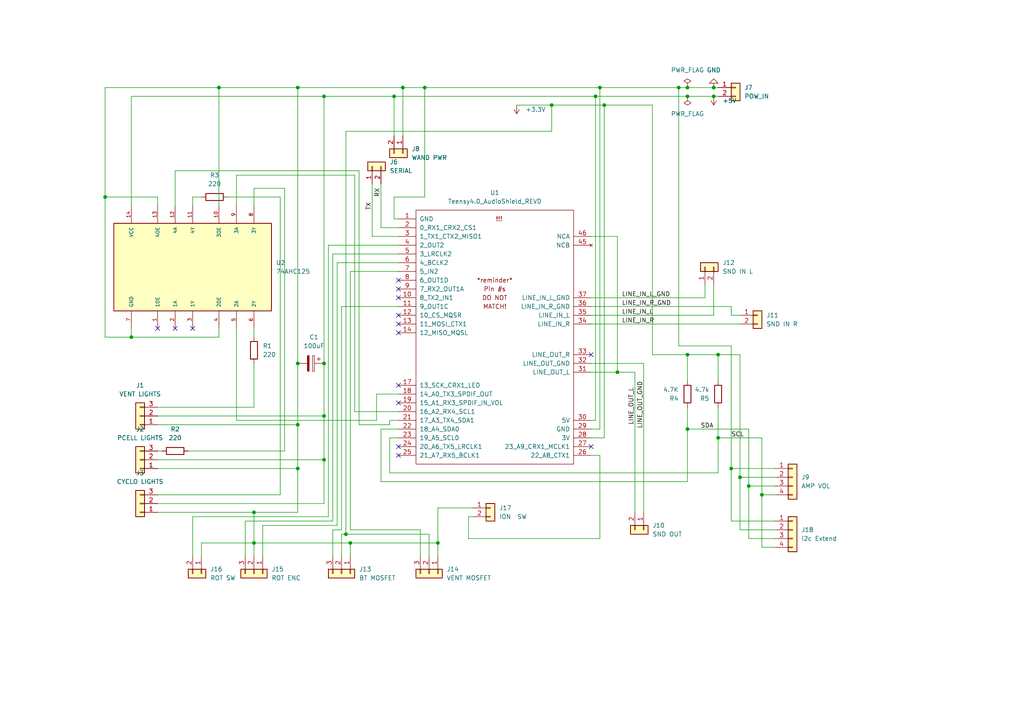
<source format=kicad_sch>
(kicad_sch (version 20230121) (generator eeschema)
  (paper "A4")
  (lib_symbols
    (symbol "74AHC125:74AHC125" (pin_names (offset 1.016))
      (property "Reference" "U" (at 0 0 0))
      (property "Value" "74AHC125" (at 0 0 0))
      (symbol "74AHC125_0_0"
        (rectangle (start 0 0) (end 25.4 45.72) (stroke (width 0.254)) (fill (type background)))
        (pin input line (at -5.08 33.02 0) (length 5.08) (name "1OE") (number "1"))
        (pin input line (at 30.48 15.24 180) (length 5.08) (name "3OE") (number "10"))
        (pin output line (at 30.48 22.86 180) (length 5.08) (name "4Y") (number "11"))
        (pin input line (at 30.48 27.94 180) (length 5.08) (name "4A") (number "12"))
        (pin input line (at 30.48 33.02 180) (length 5.08) (name "4OE") (number "13"))
        (pin power_in line (at 30.48 40.64 180) (length 5.08) (name "VCC") (number "14"))
        (pin input line (at -5.08 27.94 0) (length 5.08) (name "1A") (number "2"))
        (pin output line (at -5.08 22.86 0) (length 5.08) (name "1Y") (number "3"))
        (pin input line (at -5.08 15.24 0) (length 5.08) (name "2OE") (number "4"))
        (pin input line (at -5.08 10.16 0) (length 5.08) (name "2A") (number "5"))
        (pin output line (at -5.08 5.08 0) (length 5.08) (name "2Y") (number "6"))
        (pin power_in line (at -5.08 40.64 0) (length 5.08) (name "GND") (number "7"))
        (pin output line (at 30.48 5.08 180) (length 5.08) (name "3Y") (number "8"))
        (pin input line (at 30.48 10.16 180) (length 5.08) (name "3A") (number "9"))
      )
    )
    (symbol "Connector_Generic:Conn_01x02" (pin_names (offset 1.016) hide)
      (property "Reference" "J" (at 0 2.54 0))
      (property "Value" "Conn_01x02" (at 0 -5.08 0))
      (symbol "Conn_01x02_1_1"
        (rectangle (start -1.27 -2.413) (end 0 -2.667) (stroke (width 0.1524)))
        (rectangle (start -1.27 0.127) (end 0 -0.127) (stroke (width 0.1524)))
        (rectangle (start -1.27 1.27) (end 1.27 -3.81) (stroke (width 0.254)) (fill (type background)))
        (pin passive line (at -5.08 0 0) (length 3.81) (name "Pin_1") (number "1"))
        (pin passive line (at -5.08 -2.54 0) (length 3.81) (name "Pin_2") (number "2"))
      )
    )
    (symbol "Connector_Generic:Conn_01x03" (pin_names (offset 1.016) hide)
      (property "Reference" "J" (at 0 5.08 0))
      (property "Value" "Conn_01x03" (at 0 -5.08 0))
      (symbol "Conn_01x03_1_1"
        (rectangle (start -1.27 -2.413) (end 0 -2.667) (stroke (width 0.1524)))
        (rectangle (start -1.27 0.127) (end 0 -0.127) (stroke (width 0.1524)))
        (rectangle (start -1.27 2.667) (end 0 2.413) (stroke (width 0.1524)))
        (rectangle (start -1.27 3.81) (end 1.27 -3.81) (stroke (width 0.254)) (fill (type background)))
        (pin passive line (at -5.08 2.54 0) (length 3.81) (name "Pin_1") (number "1"))
        (pin passive line (at -5.08 0 0) (length 3.81) (name "Pin_2") (number "2"))
        (pin passive line (at -5.08 -2.54 0) (length 3.81) (name "Pin_3") (number "3"))
      )
    )
    (symbol "Connector_Generic:Conn_01x04" (pin_names (offset 1.016) hide)
      (property "Reference" "J" (at 0 5.08 0))
      (property "Value" "Conn_01x04" (at 0 -7.62 0))
      (symbol "Conn_01x04_1_1"
        (rectangle (start -1.27 -4.953) (end 0 -5.207) (stroke (width 0.1524)))
        (rectangle (start -1.27 -2.413) (end 0 -2.667) (stroke (width 0.1524)))
        (rectangle (start -1.27 0.127) (end 0 -0.127) (stroke (width 0.1524)))
        (rectangle (start -1.27 2.667) (end 0 2.413) (stroke (width 0.1524)))
        (rectangle (start -1.27 3.81) (end 1.27 -6.35) (stroke (width 0.254)) (fill (type background)))
        (pin passive line (at -5.08 2.54 0) (length 3.81) (name "Pin_1") (number "1"))
        (pin passive line (at -5.08 0 0) (length 3.81) (name "Pin_2") (number "2"))
        (pin passive line (at -5.08 -2.54 0) (length 3.81) (name "Pin_3") (number "3"))
        (pin passive line (at -5.08 -5.08 0) (length 3.81) (name "Pin_4") (number "4"))
      )
    )
    (symbol "Device:C_Polarized" (pin_numbers hide) (pin_names (offset 0.254))
      (property "Reference" "C" (at 0.635 2.54 0))
      (property "Value" "C_Polarized" (at 0.635 -2.54 0))
      (symbol "C_Polarized_0_1"
        (rectangle (start -2.286 0.508) (end 2.286 1.016))
        (polyline (pts (xy -1.778 2.286) (xy -0.762 2.286)))
        (polyline (pts (xy -1.27 2.794) (xy -1.27 1.778)))
        (rectangle (start 2.286 -0.508) (end -2.286 -1.016) (fill (type outline)))
      )
      (symbol "C_Polarized_1_1"
        (pin passive line (at 0 3.81 270) (length 2.794) (name "~") (number "1"))
        (pin passive line (at 0 -3.81 90) (length 2.794) (name "~") (number "2"))
      )
    )
    (symbol "Device:R" (pin_numbers hide) (pin_names (offset 0))
      (property "Reference" "R" (at 2.032 0 90))
      (property "Value" "R" (at 0 0 90))
      (symbol "R_0_1"
        (rectangle (start -1.016 -2.54) (end 1.016 2.54) (stroke (width 0.254)))
      )
      (symbol "R_1_1"
        (pin passive line (at 0 3.81 270) (length 1.27) (name "~") (number "1"))
        (pin passive line (at 0 -3.81 90) (length 1.27) (name "~") (number "2"))
      )
    )
    (symbol "power:+3.3V" (power) (pin_names (offset 0))
      (property "Value" "+3.3V" (at 0 3.556 0))
      (symbol "+3.3V_0_1"
        (polyline (pts (xy -0.762 1.27) (xy 0 2.54)))
        (polyline (pts (xy 0 0) (xy 0 2.54)))
        (polyline (pts (xy 0 2.54) (xy 0.762 1.27)))
      )
      (symbol "+3.3V_1_1"
        (pin power_in line (at 0 0 90) (length 0) hide (name "+3.3V") (number "1"))
      )
    )
    (symbol "power:+5V" (power) (pin_names (offset 0))
      (property "Value" "+5V" (at 0 3.556 0))
      (symbol "+5V_0_1"
        (polyline (pts (xy -0.762 1.27) (xy 0 2.54)))
        (polyline (pts (xy 0 0) (xy 0 2.54)))
        (polyline (pts (xy 0 2.54) (xy 0.762 1.27)))
      )
      (symbol "+5V_1_1"
        (pin power_in line (at 0 0 90) (length 0) hide (name "+5V") (number "1"))
      )
    )
    (symbol "power:GND" (power) (pin_names (offset 0))
      (property "Value" "GND" (at 0 -3.81 0))
      (symbol "GND_0_1"
        (polyline (pts (xy 0 0) (xy 0 -1.27) (xy 1.27 -1.27) (xy 0 -2.54) (xy -1.27 -1.27) (xy 0 -1.27)))
      )
      (symbol "GND_1_1"
        (pin power_in line (at 0 0 270) (length 0) hide (name "GND") (number "1"))
      )
    )
    (symbol "power:PWR_FLAG" (power) (pin_numbers hide) (pin_names (offset 0) hide)
      (property "Value" "PWR_FLAG" (at 0 3.81 0))
      (symbol "PWR_FLAG_0_0"
        (pin power_out line (at 0 0 90) (length 0) (name "pwr") (number "1"))
      )
      (symbol "PWR_FLAG_0_1"
        (polyline (pts (xy 0 0) (xy 0 1.27) (xy -1.016 1.905) (xy 0 2.54) (xy 1.016 1.905) (xy 0 1.27)))
      )
    )
    (symbol "teensy:Teensy4.0_AudioShield_REVD_Teensy_and_AudioInOutOnly" (pin_names (offset 1.016))
      (property "Reference" "U1" (at 0 41.91 0))
      (property "Value" "Teensy4.0_AudioShield_REVD" (at 0 39.37 0))
      (symbol "Teensy4.0_AudioShield_REVD_Teensy_and_AudioInOutOnly_0_0"
        (text "!!!" (at 1.27 34.29 0) (effects (font (size 1.27 1.27))))
        (text "*reminder*" (at 0 16.51 0) (effects (font (size 1.27 1.27))))
        (text "DO NOT" (at 0 11.43 0) (effects (font (size 1.27 1.27))))
        (text "MATCH!" (at 0 8.89 0) (effects (font (size 1.27 1.27))))
        (text "Pin #s" (at 0 13.97 0) (effects (font (size 1.27 1.27))))
        (pin bidirectional line (at -27.94 11.43 0) (length 5.08) (name "8_TX2_IN1") (number "10"))
        (pin bidirectional line (at -27.94 8.89 0) (length 5.08) (name "9_OUT1C") (number "11"))
        (pin bidirectional line (at -27.94 6.35 0) (length 5.08) (name "10_CS_MQSR") (number "12"))
        (pin bidirectional line (at -27.94 3.81 0) (length 5.08) (name "11_MOSI_CTX1") (number "13"))
        (pin bidirectional line (at -27.94 1.27 0) (length 5.08) (name "12_MISO_MQSL") (number "14"))
        (pin bidirectional line (at -27.94 -13.97 0) (length 5.08) (name "13_SCK_CRX1_LED") (number "17"))
        (pin bidirectional line (at -27.94 -16.51 0) (length 5.08) (name "14_A0_TX3_SPDIF_OUT") (number "18"))
        (pin bidirectional line (at -27.94 -19.05 0) (length 5.08) (name "15_A1_RX3_SPDIF_IN_VOL") (number "19"))
        (pin bidirectional line (at -27.94 -21.59 0) (length 5.08) (name "16_A2_RX4_SCL1") (number "20"))
        (pin bidirectional line (at -27.94 -24.13 0) (length 5.08) (name "17_A3_TX4_SDA1") (number "21"))
        (pin bidirectional line (at -27.94 -26.67 0) (length 5.08) (name "18_A4_SDA0") (number "22"))
        (pin bidirectional line (at -27.94 -29.21 0) (length 5.08) (name "19_A5_SCL0") (number "23"))
        (pin bidirectional line (at -27.94 -31.75 0) (length 5.08) (name "20_A6_TX5_LRCLK1") (number "24"))
        (pin bidirectional line (at -27.94 -34.29 0) (length 5.08) (name "21_A7_RX5_BCLK1") (number "25"))
        (pin bidirectional line (at 27.94 -34.29 180) (length 5.08) (name "22_A8_CTX1") (number "26"))
        (pin bidirectional line (at 27.94 -31.75 180) (length 5.08) (name "23_A9_CRX1_MCLK1") (number "27"))
        (pin power_out line (at 27.94 -29.21 180) (length 5.08) (name "3V") (number "28"))
        (pin power_in line (at 27.94 -26.67 180) (length 5.08) (name "GND") (number "29"))
        (pin power_out line (at 27.94 -24.13 180) (length 5.08) (name "5V") (number "30"))
        (pin bidirectional line (at 27.94 -10.16 180) (length 5.08) (name "LINE_OUT_L") (number "31"))
        (pin power_in line (at 27.94 -7.62 180) (length 5.08) (name "LINE_OUT_GND") (number "32"))
        (pin bidirectional line (at 27.94 -5.08 180) (length 5.08) (name "LINE_OUT_R") (number "33"))
        (pin bidirectional line (at 27.94 3.81 180) (length 5.08) (name "LINE_IN_R") (number "34"))
        (pin bidirectional line (at 27.94 6.35 180) (length 5.08) (name "LINE_IN_L") (number "35"))
        (pin power_in line (at 27.94 8.89 180) (length 5.08) (name "LINE_IN_R_GND") (number "36"))
        (pin power_in line (at 27.94 11.43 180) (length 5.08) (name "LINE_IN_L_GND") (number "37"))
        (pin bidirectional line (at -27.94 24.13 0) (length 5.08) (name "3_LRCLK2") (number "5"))
        (pin bidirectional line (at -27.94 21.59 0) (length 5.08) (name "4_BCLK2") (number "6"))
        (pin bidirectional line (at -27.94 19.05 0) (length 5.08) (name "5_IN2") (number "7"))
        (pin bidirectional line (at -27.94 16.51 0) (length 5.08) (name "6_OUT1D") (number "8"))
        (pin bidirectional line (at -27.94 13.97 0) (length 5.08) (name "7_RX2_OUT1A") (number "9"))
      )
      (symbol "Teensy4.0_AudioShield_REVD_Teensy_and_AudioInOutOnly_0_1"
        (rectangle (start -22.86 36.83) (end 22.86 -36.83))
        (rectangle (start -20.32 -31.75) (end -20.32 -31.75))
      )
      (symbol "Teensy4.0_AudioShield_REVD_Teensy_and_AudioInOutOnly_1_0"
        (pin no_connect line (at 27.94 26.67 180) (length 5.08) (name "NCB") (number "45"))
        (pin bidirectional line (at 27.94 29.21 180) (length 5.08) (name "NCA") (number "46"))
      )
      (symbol "Teensy4.0_AudioShield_REVD_Teensy_and_AudioInOutOnly_1_1"
        (pin power_in line (at -27.94 34.29 0) (length 5.08) (name "GND") (number "1"))
        (pin bidirectional line (at -27.94 31.75 0) (length 5.08) (name "0_RX1_CRX2_CS1") (number "2"))
        (pin bidirectional line (at -27.94 29.21 0) (length 5.08) (name "1_TX1_CTX2_MISO1") (number "3"))
        (pin bidirectional line (at -27.94 26.67 0) (length 5.08) (name "2_OUT2") (number "4"))
      )
    )
  )
  (junction (at 173.99 25.4))
  (junction (at 86.36 135.89))
  (junction (at 86.36 25.4))
  (junction (at 172.72 27.94))
  (junction (at 86.36 123.19))
  (junction (at 114.3 27.94))
  (junction (at 86.36 105.41))
  (junction (at 63.5 25.4))
  (junction (at 208.28 127))
  (junction (at 199.39 25.4))
  (junction (at 93.98 133.35))
  (junction (at 208.28 102.87))
  (junction (at 93.98 27.94))
  (junction (at 116.84 25.4))
  (junction (at 217.17 140.97))
  (junction (at 207.01 25.4))
  (junction (at 127 157.48))
  (junction (at 30.48 57.15))
  (junction (at 196.85 25.4))
  (junction (at 179.07 107.95))
  (junction (at 93.98 120.65))
  (junction (at 73.66 148.59))
  (junction (at 214.63 138.43))
  (junction (at 38.1 97.79))
  (junction (at 101.6 157.48))
  (junction (at 199.39 102.87))
  (junction (at 199.39 124.46))
  (junction (at 73.66 157.48))
  (junction (at 175.26 30.48))
  (junction (at 212.09 135.89))
  (junction (at 123.19 25.4))
  (junction (at 93.98 105.41))
  (junction (at 220.98 143.51))
  (junction (at 160.02 30.48))
  (junction (at 100.33 154.94))
  (junction (at 207.01 27.94))
  (junction (at 199.39 27.94))
  (no_connect (at 55.88 95.25))
  (no_connect (at 115.57 91.44))
  (no_connect (at 115.57 83.82))
  (no_connect (at 171.45 129.54))
  (no_connect (at 115.57 116.84))
  (no_connect (at 115.57 132.08))
  (no_connect (at 115.57 81.28))
  (no_connect (at 115.57 93.98))
  (no_connect (at 171.45 102.87))
  (no_connect (at 115.57 86.36))
  (no_connect (at 50.8 95.25))
  (no_connect (at 45.72 95.25))
  (no_connect (at 115.57 96.52))
  (no_connect (at 115.57 129.54))
  (no_connect (at 115.57 111.76))
  (wire (pts (xy 93.98 27.94) (xy 93.98 105.41)))
  (wire (pts (xy 224.79 135.89) (xy 212.09 135.89)))
  (wire (pts (xy 38.1 97.79) (xy 63.5 97.79)))
  (wire (pts (xy 171.45 105.41) (xy 186.69 105.41)))
  (wire (pts (xy 86.36 123.19) (xy 86.36 105.41)))
  (wire (pts (xy 115.57 127) (xy 113.03 127)))
  (wire (pts (xy 115.57 63.5) (xy 114.3 63.5)))
  (wire (pts (xy 121.92 153.67) (xy 101.6 153.67)))
  (wire (pts (xy 171.45 124.46) (xy 173.99 124.46)))
  (wire (pts (xy 73.66 148.59) (xy 86.36 148.59)))
  (wire (pts (xy 50.8 49.53) (xy 50.8 59.69)))
  (wire (pts (xy 224.79 143.51) (xy 220.98 143.51)))
  (wire (pts (xy 73.66 118.11) (xy 73.66 105.41)))
  (wire (pts (xy 114.3 63.5) (xy 114.3 57.15)))
  (wire (pts (xy 212.09 91.44) (xy 212.09 88.9)))
  (wire (pts (xy 149.86 30.48) (xy 160.02 30.48)))
  (wire (pts (xy 186.69 105.41) (xy 186.69 148.59)))
  (wire (pts (xy 189.23 30.48) (xy 189.23 102.87)))
  (wire (pts (xy 171.45 68.58) (xy 179.07 68.58)))
  (wire (pts (xy 30.48 97.79) (xy 30.48 57.15)))
  (wire (pts (xy 104.14 49.53) (xy 104.14 123.19)))
  (wire (pts (xy 199.39 25.4) (xy 207.01 25.4)))
  (wire (pts (xy 214.63 91.44) (xy 212.09 91.44)))
  (wire (pts (xy 63.5 25.4) (xy 63.5 59.69)))
  (wire (pts (xy 224.79 138.43) (xy 214.63 138.43)))
  (wire (pts (xy 93.98 120.65) (xy 93.98 105.41)))
  (wire (pts (xy 100.33 154.94) (xy 124.46 154.94)))
  (wire (pts (xy 109.22 114.3) (xy 109.22 121.92)))
  (wire (pts (xy 224.79 151.13) (xy 212.09 151.13)))
  (wire (pts (xy 97.79 76.2) (xy 115.57 76.2)))
  (wire (pts (xy 45.72 130.81) (xy 46.99 130.81)))
  (wire (pts (xy 101.6 153.67) (xy 101.6 78.74)))
  (wire (pts (xy 207.01 82.55) (xy 207.01 91.44)))
  (wire (pts (xy 81.28 57.15) (xy 66.04 57.15)))
  (wire (pts (xy 173.99 124.46) (xy 173.99 25.4)))
  (wire (pts (xy 171.45 93.98) (xy 214.63 93.98)))
  (wire (pts (xy 137.16 147.32) (xy 127 147.32)))
  (wire (pts (xy 38.1 97.79) (xy 38.1 95.25)))
  (wire (pts (xy 123.19 57.15) (xy 123.19 25.4)))
  (wire (pts (xy 81.28 143.51) (xy 81.28 57.15)))
  (wire (pts (xy 86.36 135.89) (xy 86.36 123.19)))
  (wire (pts (xy 189.23 102.87) (xy 199.39 102.87)))
  (wire (pts (xy 199.39 139.7) (xy 199.39 124.46)))
  (wire (pts (xy 45.72 135.89) (xy 86.36 135.89)))
  (wire (pts (xy 110.49 66.04) (xy 115.57 66.04)))
  (wire (pts (xy 45.72 120.65) (xy 93.98 120.65)))
  (wire (pts (xy 95.25 149.86) (xy 55.88 149.86)))
  (wire (pts (xy 95.25 71.12) (xy 95.25 149.86)))
  (wire (pts (xy 99.06 161.29) (xy 99.06 154.94)))
  (wire (pts (xy 102.87 119.38) (xy 102.87 50.8)))
  (wire (pts (xy 96.52 73.66) (xy 96.52 151.13)))
  (wire (pts (xy 45.72 59.69) (xy 45.72 57.15)))
  (wire (pts (xy 45.72 146.05) (xy 93.98 146.05)))
  (wire (pts (xy 68.58 50.8) (xy 68.58 59.69)))
  (wire (pts (xy 100.33 38.1) (xy 160.02 38.1)))
  (wire (pts (xy 38.1 27.94) (xy 38.1 59.69)))
  (wire (pts (xy 137.16 149.86) (xy 135.89 149.86)))
  (wire (pts (xy 220.98 143.51) (xy 220.98 127)))
  (wire (pts (xy 217.17 140.97) (xy 217.17 124.46)))
  (wire (pts (xy 115.57 119.38) (xy 102.87 119.38)))
  (wire (pts (xy 104.14 49.53) (xy 50.8 49.53)))
  (wire (pts (xy 96.52 73.66) (xy 115.57 73.66)))
  (wire (pts (xy 76.2 152.4) (xy 76.2 161.29)))
  (wire (pts (xy 123.19 25.4) (xy 173.99 25.4)))
  (wire (pts (xy 73.66 95.25) (xy 73.66 97.79)))
  (wire (pts (xy 45.72 123.19) (xy 86.36 123.19)))
  (wire (pts (xy 63.5 25.4) (xy 86.36 25.4)))
  (wire (pts (xy 68.58 121.92) (xy 109.22 121.92)))
  (wire (pts (xy 214.63 153.67) (xy 214.63 138.43)))
  (wire (pts (xy 113.03 137.16) (xy 208.28 137.16)))
  (wire (pts (xy 38.1 97.79) (xy 30.48 97.79)))
  (wire (pts (xy 208.28 137.16) (xy 208.28 127)))
  (wire (pts (xy 58.42 157.48) (xy 58.42 161.29)))
  (wire (pts (xy 127 147.32) (xy 127 157.48)))
  (wire (pts (xy 220.98 158.75) (xy 220.98 143.51)))
  (wire (pts (xy 68.58 95.25) (xy 68.58 121.92)))
  (wire (pts (xy 38.1 27.94) (xy 93.98 27.94)))
  (wire (pts (xy 45.72 133.35) (xy 93.98 133.35)))
  (wire (pts (xy 204.47 86.36) (xy 204.47 82.55)))
  (wire (pts (xy 179.07 107.95) (xy 184.15 107.95)))
  (wire (pts (xy 208.28 118.11) (xy 208.28 127)))
  (wire (pts (xy 110.49 139.7) (xy 199.39 139.7)))
  (wire (pts (xy 73.66 148.59) (xy 73.66 157.48)))
  (wire (pts (xy 99.06 88.9) (xy 115.57 88.9)))
  (wire (pts (xy 73.66 161.29) (xy 73.66 157.48)))
  (wire (pts (xy 113.03 127) (xy 113.03 137.16)))
  (wire (pts (xy 97.79 152.4) (xy 76.2 152.4)))
  (wire (pts (xy 175.26 30.48) (xy 189.23 30.48)))
  (wire (pts (xy 172.72 27.94) (xy 199.39 27.94)))
  (wire (pts (xy 199.39 102.87) (xy 208.28 102.87)))
  (wire (pts (xy 63.5 95.25) (xy 63.5 97.79)))
  (wire (pts (xy 214.63 102.87) (xy 214.63 138.43)))
  (wire (pts (xy 115.57 114.3) (xy 109.22 114.3)))
  (wire (pts (xy 207.01 25.4) (xy 208.28 25.4)))
  (wire (pts (xy 99.06 88.9) (xy 99.06 153.67)))
  (wire (pts (xy 208.28 102.87) (xy 208.28 110.49)))
  (wire (pts (xy 58.42 57.15) (xy 55.88 57.15)))
  (wire (pts (xy 212.09 100.33) (xy 212.09 135.89)))
  (wire (pts (xy 45.72 57.15) (xy 30.48 57.15)))
  (wire (pts (xy 135.89 149.86) (xy 135.89 156.21)))
  (wire (pts (xy 100.33 154.94) (xy 100.33 38.1)))
  (wire (pts (xy 207.01 27.94) (xy 208.28 27.94)))
  (wire (pts (xy 30.48 25.4) (xy 63.5 25.4)))
  (wire (pts (xy 114.3 27.94) (xy 172.72 27.94)))
  (wire (pts (xy 135.89 156.21) (xy 173.99 156.21)))
  (wire (pts (xy 127 161.29) (xy 127 157.48)))
  (wire (pts (xy 73.66 54.61) (xy 82.55 54.61)))
  (wire (pts (xy 127 157.48) (xy 101.6 157.48)))
  (wire (pts (xy 110.49 53.34) (xy 110.49 66.04)))
  (wire (pts (xy 208.28 102.87) (xy 214.63 102.87)))
  (wire (pts (xy 172.72 27.94) (xy 172.72 121.92)))
  (wire (pts (xy 86.36 25.4) (xy 86.36 105.41)))
  (wire (pts (xy 172.72 121.92) (xy 171.45 121.92)))
  (wire (pts (xy 95.25 71.12) (xy 115.57 71.12)))
  (wire (pts (xy 110.49 124.46) (xy 110.49 139.7)))
  (wire (pts (xy 73.66 59.69) (xy 73.66 54.61)))
  (wire (pts (xy 121.92 161.29) (xy 121.92 153.67)))
  (wire (pts (xy 71.12 151.13) (xy 96.52 151.13)))
  (wire (pts (xy 171.45 127) (xy 175.26 127)))
  (wire (pts (xy 224.79 153.67) (xy 214.63 153.67)))
  (wire (pts (xy 212.09 151.13) (xy 212.09 135.89)))
  (wire (pts (xy 30.48 25.4) (xy 30.48 57.15)))
  (wire (pts (xy 179.07 68.58) (xy 179.07 107.95)))
  (wire (pts (xy 171.45 86.36) (xy 204.47 86.36)))
  (wire (pts (xy 173.99 25.4) (xy 196.85 25.4)))
  (wire (pts (xy 99.06 154.94) (xy 100.33 154.94)))
  (wire (pts (xy 101.6 157.48) (xy 73.66 157.48)))
  (wire (pts (xy 71.12 161.29) (xy 71.12 151.13)))
  (wire (pts (xy 196.85 25.4) (xy 199.39 25.4)))
  (wire (pts (xy 45.72 143.51) (xy 81.28 143.51)))
  (wire (pts (xy 107.95 68.58) (xy 115.57 68.58)))
  (wire (pts (xy 82.55 54.61) (xy 82.55 130.81)))
  (wire (pts (xy 101.6 78.74) (xy 115.57 78.74)))
  (wire (pts (xy 116.84 25.4) (xy 123.19 25.4)))
  (wire (pts (xy 199.39 118.11) (xy 199.39 124.46)))
  (wire (pts (xy 199.39 102.87) (xy 199.39 110.49)))
  (wire (pts (xy 86.36 148.59) (xy 86.36 135.89)))
  (wire (pts (xy 207.01 91.44) (xy 171.45 91.44)))
  (wire (pts (xy 101.6 161.29) (xy 101.6 157.48)))
  (wire (pts (xy 86.36 25.4) (xy 116.84 25.4)))
  (wire (pts (xy 107.95 53.34) (xy 107.95 68.58)))
  (wire (pts (xy 93.98 27.94) (xy 114.3 27.94)))
  (wire (pts (xy 113.03 123.19) (xy 113.03 121.92)))
  (wire (pts (xy 45.72 148.59) (xy 73.66 148.59)))
  (wire (pts (xy 55.88 57.15) (xy 55.88 59.69)))
  (wire (pts (xy 173.99 132.08) (xy 171.45 132.08)))
  (wire (pts (xy 124.46 154.94) (xy 124.46 161.29)))
  (wire (pts (xy 199.39 27.94) (xy 207.01 27.94)))
  (wire (pts (xy 102.87 50.8) (xy 68.58 50.8)))
  (wire (pts (xy 212.09 100.33) (xy 196.85 100.33)))
  (wire (pts (xy 73.66 157.48) (xy 58.42 157.48)))
  (wire (pts (xy 196.85 25.4) (xy 196.85 100.33)))
  (wire (pts (xy 173.99 156.21) (xy 173.99 132.08)))
  (wire (pts (xy 113.03 121.92) (xy 115.57 121.92)))
  (wire (pts (xy 199.39 124.46) (xy 217.17 124.46)))
  (wire (pts (xy 217.17 156.21) (xy 217.17 140.97)))
  (wire (pts (xy 93.98 146.05) (xy 93.98 133.35)))
  (wire (pts (xy 114.3 39.37) (xy 114.3 27.94)))
  (wire (pts (xy 115.57 124.46) (xy 110.49 124.46)))
  (wire (pts (xy 45.72 118.11) (xy 73.66 118.11)))
  (wire (pts (xy 212.09 88.9) (xy 171.45 88.9)))
  (wire (pts (xy 99.06 153.67) (xy 96.52 153.67)))
  (wire (pts (xy 175.26 127) (xy 175.26 30.48)))
  (wire (pts (xy 208.28 127) (xy 220.98 127)))
  (wire (pts (xy 116.84 39.37) (xy 116.84 25.4)))
  (wire (pts (xy 224.79 140.97) (xy 217.17 140.97)))
  (wire (pts (xy 160.02 38.1) (xy 160.02 30.48)))
  (wire (pts (xy 97.79 76.2) (xy 97.79 152.4)))
  (wire (pts (xy 55.88 149.86) (xy 55.88 161.29)))
  (wire (pts (xy 114.3 57.15) (xy 123.19 57.15)))
  (wire (pts (xy 82.55 130.81) (xy 54.61 130.81)))
  (wire (pts (xy 224.79 156.21) (xy 217.17 156.21)))
  (wire (pts (xy 160.02 30.48) (xy 175.26 30.48)))
  (wire (pts (xy 104.14 123.19) (xy 113.03 123.19)))
  (wire (pts (xy 171.45 107.95) (xy 179.07 107.95)))
  (wire (pts (xy 224.79 158.75) (xy 220.98 158.75)))
  (wire (pts (xy 96.52 153.67) (xy 96.52 161.29)))
  (wire (pts (xy 93.98 133.35) (xy 93.98 120.65)))
  (wire (pts (xy 184.15 107.95) (xy 184.15 148.59)))
  (label "LINE_IN_R" (at 180.34 93.98 0))
  (label "LINE_OUT_GND" (at 186.69 110.49 270))
  (label "TX" (at 107.95 60.96 90))
  (label "LINE_IN_R_GND" (at 180.34 88.9 0))
  (label "SCL" (at 212.09 127 0))
  (label "LINE_IN_L_GND" (at 180.34 86.36 0))
  (label "RX" (at 110.49 57.15 90))
  (label "SDA" (at 203.2 124.46 0))
  (label "LINE_IN_L" (at 180.34 91.44 0))
  (label "LINE_OUT_L" (at 184.15 123.19 90))
  (symbol (lib_id "Connector_Generic:Conn_01x02") (at 219.71 91.44 0) (unit 1)
    (property "Reference" "J11" (at 222.25 91.44 0) (effects (justify left)))
    (property "Value" "SND IN R" (at 222.25 93.98 0) (effects (justify left)))
    (property "Footprint" "Connector_JST:JST_XH_B2B-XH-A_1x02_P2.50mm_Vertical" (effects hide))
  )
  (symbol (lib_id "Connector_Generic:Conn_01x02") (at 107.95 48.26 90) (unit 1)
    (property "Reference" "J6" (at 113.03 46.99 90) (effects (justify right)))
    (property "Value" "SERIAL" (at 113.03 49.53 90) (effects (justify right)))
    (property "Footprint" "TerminalBlock_Phoenix:TerminalBlock_Phoenix_MKDS-1,5-2_1x02_P5.00mm_Horizontal" (effects hide))
  )
  (symbol (lib_id "Connector_Generic:Conn_01x04") (at 229.87 153.67 0) (unit 1)
    (property "Reference" "J18" (at 232.41 153.67 0) (effects (justify left)))
    (property "Value" "i2c Extend" (at 232.41 156.21 0) (effects (justify left)))
    (property "Footprint" "Connector_JST:JST_XH_B4B-XH-A_1x04_P2.50mm_Vertical" (effects hide))
  )
  (symbol (lib_id "Connector_Generic:Conn_01x02") (at 142.24 147.32 0) (unit 1)
    (property "Reference" "J17" (at 144.78 147.32 0) (effects (justify left)))
    (property "Value" "ION  SW" (at 144.78 149.86 0) (effects (justify left)))
    (property "Footprint" "Connector_JST:JST_XH_B2B-XH-A_1x02_P2.50mm_Vertical" (effects hide))
  )
  (symbol (lib_id "Device:R") (at 208.28 114.3 180) (unit 1)
    (property "Reference" "R5" (at 205.74 115.57 0) (effects (justify left)))
    (property "Value" "4.7k" (at 205.74 113.03 0) (effects (justify left)))
    (property "Footprint" "Resistor_THT:R_Axial_DIN0207_L6.3mm_D2.5mm_P7.62mm_Horizontal" (effects hide))
  )
  (symbol (lib_id "Connector_Generic:Conn_01x02") (at 204.47 77.47 90) (unit 1)
    (property "Reference" "J12" (at 209.55 76.2 90) (effects (justify right)))
    (property "Value" "SND IN L" (at 209.55 78.74 90) (effects (justify right)))
    (property "Footprint" "Connector_JST:JST_XH_B2B-XH-A_1x02_P2.50mm_Vertical" (effects hide))
  )
  (symbol (lib_id "Device:R") (at 199.39 114.3 180) (unit 1)
    (property "Reference" "R4" (at 196.85 115.57 0) (effects (justify left)))
    (property "Value" "4.7K" (at 196.85 113.03 0) (effects (justify left)))
    (property "Footprint" "Resistor_THT:R_Axial_DIN0207_L6.3mm_D2.5mm_P7.62mm_Horizontal" (effects hide))
  )
  (symbol (lib_id "power:PWR_FLAG") (at 199.39 27.94 180) (unit 1)
    (property "Reference" "#FLG02" (effects hide))
    (property "Value" "PWR_FLAG" (at 199.39 33.02 0))
  )
  (symbol (lib_id "Device:R") (at 62.23 57.15 270) (unit 1)
    (property "Reference" "R3" (at 62.23 50.8 90))
    (property "Value" "220" (at 62.23 53.34 90))
    (property "Footprint" "Resistor_THT:R_Axial_DIN0207_L6.3mm_D2.5mm_P7.62mm_Horizontal" (effects hide))
  )
  (symbol (lib_id "Connector_Generic:Conn_01x02") (at 213.36 25.4 0) (unit 1)
    (property "Reference" "J7" (at 215.9 25.4 0) (effects (justify left)))
    (property "Value" "POW_IN" (at 215.9 27.94 0) (effects (justify left)))
    (property "Footprint" "TerminalBlock_Phoenix:TerminalBlock_Phoenix_MKDS-1,5-2_1x02_P5.00mm_Horizontal" (effects hide))
  )
  (symbol (lib_id "74AHC125:74AHC125") (at 78.74 90.17 90) (unit 1)
    (property "Reference" "U2" (at 80.01 76.2 90) (effects (justify right)))
    (property "Value" "74AHC125" (at 80.01 78.74 90) (effects (justify right)))
    (property "Footprint" "Package_DIP:DIP-14_W7.62mm_Socket" (effects hide))
  )
  (symbol (lib_id "Connector_Generic:Conn_01x02") (at 116.84 44.45 270) (unit 1)
    (property "Reference" "J8" (at 119.38 43.18 90) (effects (justify left)))
    (property "Value" "WAND PWR" (at 119.38 45.72 90) (effects (justify left)))
    (property "Footprint" "TerminalBlock_Phoenix:TerminalBlock_Phoenix_MKDS-1,5-2_1x02_P5.00mm_Horizontal" (effects hide))
  )
  (symbol (lib_id "teensy:Teensy4.0_AudioShield_REVD_Teensy_and_AudioInOutOnly") (at 143.51 97.79 0) (unit 1)
    (property "Reference" "U1" (at 143.51 55.88 0))
    (property "Value" "Teensy4.0_AudioShield_REVD" (at 143.51 58.42 0))
    (property "Footprint" "Teensy:4.0audioshield" (effects hide))
  )
  (symbol (lib_id "Device:C_Polarized") (at 90.17 105.41 270) (unit 1)
    (property "Reference" "C1" (at 91.059 97.79 90))
    (property "Value" "100uF" (at 91.059 100.33 90))
    (property "Footprint" "Capacitor_THT:CP_Radial_D5.0mm_P2.00mm" (effects hide))
  )
  (symbol (lib_id "Connector_Generic:Conn_01x02") (at 58.42 166.37 270) (unit 1)
    (property "Reference" "J16" (at 60.96 165.1 90) (effects (justify left)))
    (property "Value" "ROT SW" (at 60.96 167.64 90) (effects (justify left)))
    (property "Footprint" "Connector_JST:JST_XH_B2B-XH-A_1x02_P2.50mm_Vertical" (effects hide))
  )
  (symbol (lib_id "Connector_Generic:Conn_01x03") (at 40.64 133.35 180) (unit 1)
    (property "Reference" "J2" (at 40.64 124.46 0))
    (property "Value" "PCELL LIGHTS" (at 40.64 127 0))
    (property "Footprint" "Connector_JST:JST_XH_B3B-XH-A_1x03_P2.50mm_Vertical" (effects hide))
  )
  (symbol (lib_id "power:+5V") (at 207.01 27.94 180) (unit 1)
    (property "Reference" "#PWR03" (effects hide))
    (property "Value" "+5V" (at 209.55 29.21 0) (effects (justify right)))
  )
  (symbol (lib_id "Device:R") (at 50.8 130.81 90) (unit 1)
    (property "Reference" "R2" (at 50.8 124.46 90))
    (property "Value" "220" (at 50.8 127 90))
    (property "Footprint" "Resistor_THT:R_Axial_DIN0207_L6.3mm_D2.5mm_P7.62mm_Horizontal" (effects hide))
  )
  (symbol (lib_id "Connector_Generic:Conn_01x04") (at 229.87 138.43 0) (unit 1)
    (property "Reference" "J9" (at 232.41 138.43 0) (effects (justify left)))
    (property "Value" "AMP VOL" (at 232.41 140.97 0) (effects (justify left)))
    (property "Footprint" "Connector_JST:JST_XH_B4B-XH-A_1x04_P2.50mm_Vertical" (effects hide))
  )
  (symbol (lib_id "Connector_Generic:Conn_01x03") (at 73.66 166.37 270) (unit 1)
    (property "Reference" "J15" (at 78.74 165.1 90) (effects (justify left)))
    (property "Value" "ROT ENC" (at 78.74 167.64 90) (effects (justify left)))
    (property "Footprint" "Connector_JST:JST_XH_B3B-XH-A_1x03_P2.50mm_Vertical" (effects hide))
  )
  (symbol (lib_id "Connector_Generic:Conn_01x02") (at 186.69 153.67 270) (unit 1)
    (property "Reference" "J10" (at 189.23 152.4 90) (effects (justify left)))
    (property "Value" "SND OUT" (at 189.23 154.94 90) (effects (justify left)))
    (property "Footprint" "Connector_JST:JST_XH_B2B-XH-A_1x02_P2.50mm_Vertical" (effects hide))
  )
  (symbol (lib_id "Connector_Generic:Conn_01x03") (at 40.64 146.05 180) (unit 1)
    (property "Reference" "J3" (at 40.64 137.16 0))
    (property "Value" "CYCLO LIGHTS" (at 40.64 139.7 0))
    (property "Footprint" "Connector_JST:JST_XH_B3B-XH-A_1x03_P2.50mm_Vertical" (effects hide))
  )
  (symbol (lib_id "power:+3.3V") (at 149.86 30.48 180) (unit 1)
    (property "Reference" "#PWR01" (effects hide))
    (property "Value" "+3.3V" (at 152.4 31.75 0) (effects (justify right)))
  )
  (symbol (lib_id "power:PWR_FLAG") (at 199.39 25.4 0) (unit 1)
    (property "Reference" "#FLG01" (effects hide))
    (property "Value" "PWR_FLAG" (at 199.39 20.32 0))
  )
  (symbol (lib_id "Device:R") (at 73.66 101.6 180) (unit 1)
    (property "Reference" "R1" (at 76.2 100.33 0) (effects (justify right)))
    (property "Value" "220" (at 76.2 102.87 0) (effects (justify right)))
    (property "Footprint" "Resistor_THT:R_Axial_DIN0207_L6.3mm_D2.5mm_P7.62mm_Horizontal" (effects hide))
  )
  (symbol (lib_id "Connector_Generic:Conn_01x03") (at 99.06 166.37 270) (unit 1)
    (property "Reference" "J13" (at 104.14 165.1 90) (effects (justify left)))
    (property "Value" "BT MOSFET" (at 104.14 167.64 90) (effects (justify left)))
    (property "Footprint" "Connector_JST:JST_XH_B3B-XH-A_1x03_P2.50mm_Vertical" (effects hide))
  )
  (symbol (lib_id "power:GND") (at 207.01 25.4 180) (unit 1)
    (property "Reference" "#PWR02" (effects hide))
    (property "Value" "GND" (at 207.01 20.32 0))
  )
  (symbol (lib_id "Connector_Generic:Conn_01x03") (at 124.46 166.37 270) (unit 1)
    (property "Reference" "J14" (at 129.54 165.1 90) (effects (justify left)))
    (property "Value" "VENT MOSFET" (at 129.54 167.64 90) (effects (justify left)))
    (property "Footprint" "Connector_JST:JST_XH_B3B-XH-A_1x03_P2.50mm_Vertical" (effects hide))
  )
  (symbol (lib_id "Connector_Generic:Conn_01x03") (at 40.64 120.65 180) (unit 1)
    (property "Reference" "J1" (at 40.64 111.76 0))
    (property "Value" "VENT LIGHTS" (at 40.64 114.3 0))
    (property "Footprint" "Connector_JST:JST_XH_B3B-XH-A_1x03_P2.50mm_Vertical" (effects hide))
  )
)
</source>
